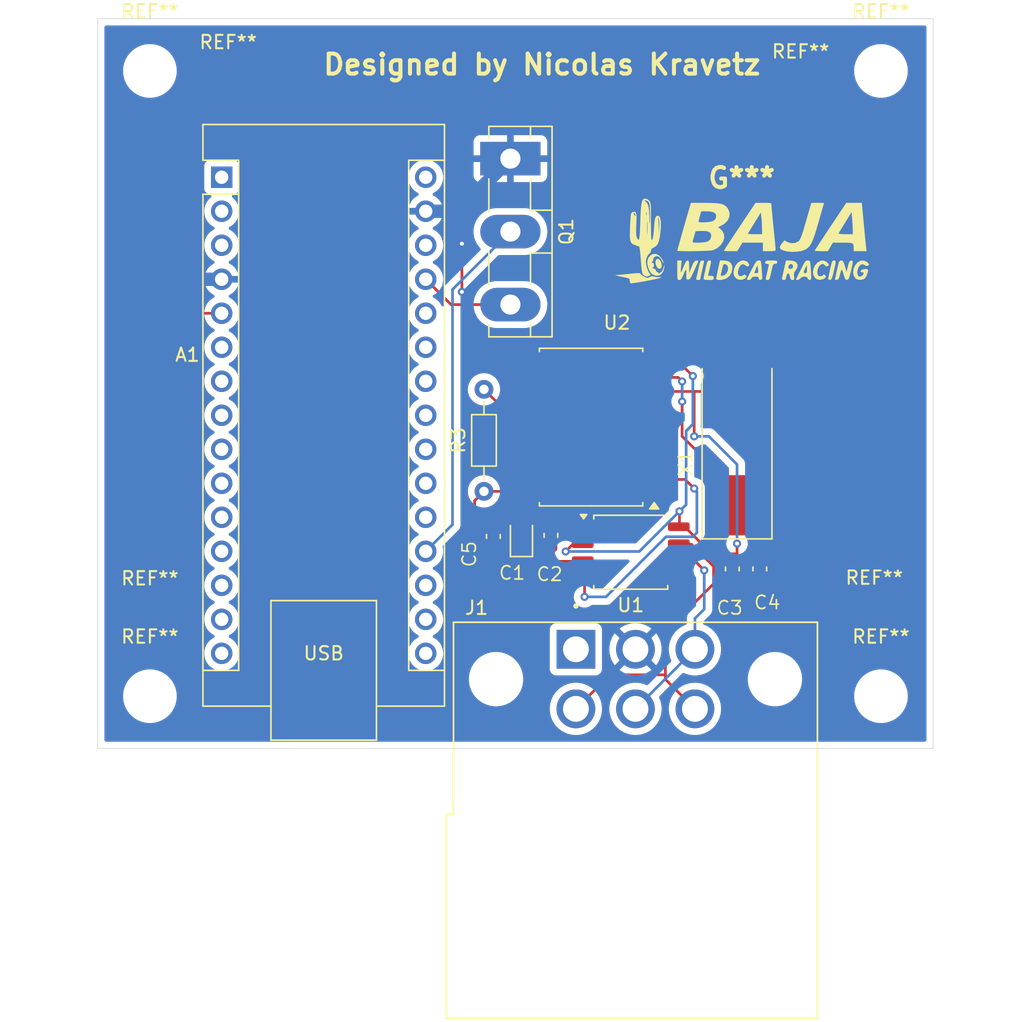
<source format=kicad_pcb>
(kicad_pcb (version 20241229) (generator "pcbnew") (generator_version "9.0")
  (layers (0 "F.Cu" signal) (2 "B.Cu" signal) (13 "F.Paste" user) (15 "B.Paste" user) (5 "F.SilkS" user "F.Silkscreen") (7 "B.SilkS" user "B.Silkscreen") (1 "F.Mask" user) (3 "B.Mask" user) (25 "Edge.Cuts" user))
  (net 0 "")
  (net 7 "Net-(A1-D2)")
  (net 11 "GND")
  (net 16 "Net-(A1-A0)")
  (net 23 "Net-(A1-+5V)")
  (net 30 "+5V")
  (net 31 "0")
  (net 32 "Net-(U2-OSC2)")
  (net 33 "Net-(U2-OSC1)")
  (net 34 "Net-(U2-~{RESET})")
  (net 35 "SI")
  (net 36 "CS")
  (net 37 "Net-(U1-TXD)")
  (net 38 "SCK")
  (net 40 "Net-(U1-RXD)")
  (net 42 "SO")
  (net 48 "High")
  (net 49 "Low")
  (net 50 "Possitive")
  (footprint "Capacitor_Tantalum_SMD:CP_EIA-1608-08_AVX-J" (layer "F.Cu") (at 123.95 104.85 90)
    (property "Reference" "C1" (at -2.74 -0.7 0) (layer "F.SilkS") (effects (font (thickness 0.125))))
    (property "Value" "10uF/16V")
    (pad "1" smd roundrect (at -0.715 0 90) (size 1.09 1.13) (layers "F.Cu" "F.Mask" "F.Paste") (roundrect_rratio 0.229358) (net 30 "+5V"))
    (pad "2" smd roundrect (at 0.715 0 90) (size 1.09 1.13) (layers "F.Cu" "F.Mask" "F.Paste") (roundrect_rratio 0.229358) (net 31 "0"))
  )
  (footprint "Fiducial:Fiducial_0.75mm_Mask1.5mm" (layer "F.Cu") (at 150.3 109.65)
    (property "Reference" "REF**" (at 0 -1.7 0) (layer "F.SilkS"))
    (property "Value" "Fiducial_0.75mm_Mask1.5mm")
    (pad "" smd circle (at 0 0) (size 0.75 0.75) (layers "F.Cu" "F.Mask") (clearance 0.475))
  )
  (footprint "Module:Arduino_Nano" (layer "F.Cu") (at 101.56 78.04)
    (property "Reference" "A1" (at -2.56 13.26 0) (layer "F.SilkS"))
    (property "Value" "Arduino_Nano_Every" (hide yes))
    (fp_text user "USB" (at 7.62 35.56 0) (layer "F.SilkS"))
    (pad "1" thru_hole rect (at 0 0) (size 1.6 1.6) (drill 1) (layers "*.Cu" "*.Mask"))
    (pad "2" thru_hole oval (at 0 2.54) (size 1.6 1.6) (drill 1) (layers "*.Cu" "*.Mask"))
    (pad "3" thru_hole oval (at 0 5.08) (size 1.6 1.6) (drill 1) (layers "*.Cu" "*.Mask"))
    (pad "4" thru_hole oval (at 0 7.62) (size 1.6 1.6) (drill 1) (layers "*.Cu" "*.Mask") (net 11 "GND"))
    (pad "5" thru_hole oval (at 0 10.16) (size 1.6 1.6) (drill 1) (layers "*.Cu" "*.Mask") (net 7 "Net-(A1-D2)"))
    (pad "6" thru_hole oval (at 0 12.7) (size 1.6 1.6) (drill 1) (layers "*.Cu" "*.Mask"))
    (pad "7" thru_hole oval (at 0 15.24) (size 1.6 1.6) (drill 1) (layers "*.Cu" "*.Mask"))
    (pad "8" thru_hole oval (at 0 17.78) (size 1.6 1.6) (drill 1) (layers "*.Cu" "*.Mask"))
    (pad "9" thru_hole oval (at 0 20.32) (size 1.6 1.6) (drill 1) (layers "*.Cu" "*.Mask"))
    (pad "10" thru_hole oval (at 0 22.86) (size 1.6 1.6) (drill 1) (layers "*.Cu" "*.Mask"))
    (pad "11" thru_hole oval (at 0 25.4) (size 1.6 1.6) (drill 1) (layers "*.Cu" "*.Mask"))
    (pad "12" thru_hole oval (at 0 27.94) (size 1.6 1.6) (drill 1) (layers "*.Cu" "*.Mask"))
    (pad "13" thru_hole oval (at 0 30.48) (size 1.6 1.6) (drill 1) (layers "*.Cu" "*.Mask"))
    (pad "14" thru_hole oval (at 0 33.02) (size 1.6 1.6) (drill 1) (layers "*.Cu" "*.Mask"))
    (pad "15" thru_hole oval (at 0 35.56) (size 1.6 1.6) (drill 1) (layers "*.Cu" "*.Mask"))
    (pad "16" thru_hole oval (at 15.24 35.56) (size 1.6 1.6) (drill 1) (layers "*.Cu" "*.Mask"))
    (pad "17" thru_hole oval (at 15.24 33.02) (size 1.6 1.6) (drill 1) (layers "*.Cu" "*.Mask"))
    (pad "18" thru_hole oval (at 15.24 30.48) (size 1.6 1.6) (drill 1) (layers "*.Cu" "*.Mask"))
    (pad "19" thru_hole oval (at 15.24 27.94) (size 1.6 1.6) (drill 1) (layers "*.Cu" "*.Mask") (net 16 "Net-(A1-A0)"))
    (pad "20" thru_hole oval (at 15.24 25.4) (size 1.6 1.6) (drill 1) (layers "*.Cu" "*.Mask"))
    (pad "21" thru_hole oval (at 15.24 22.86) (size 1.6 1.6) (drill 1) (layers "*.Cu" "*.Mask"))
    (pad "22" thru_hole oval (at 15.24 20.32) (size 1.6 1.6) (drill 1) (layers "*.Cu" "*.Mask"))
    (pad "23" thru_hole oval (at 15.24 17.78) (size 1.6 1.6) (drill 1) (layers "*.Cu" "*.Mask"))
    (pad "24" thru_hole oval (at 15.24 15.24) (size 1.6 1.6) (drill 1) (layers "*.Cu" "*.Mask"))
    (pad "25" thru_hole oval (at 15.24 12.7) (size 1.6 1.6) (drill 1) (layers "*.Cu" "*.Mask"))
    (pad "26" thru_hole oval (at 15.24 10.16) (size 1.6 1.6) (drill 1) (layers "*.Cu" "*.Mask"))
    (pad "27" thru_hole oval (at 15.24 7.62) (size 1.6 1.6) (drill 1) (layers "*.Cu" "*.Mask") (net 23 "Net-(A1-+5V)"))
    (pad "28" thru_hole oval (at 15.24 5.08) (size 1.6 1.6) (drill 1) (layers "*.Cu" "*.Mask"))
    (pad "29" thru_hole oval (at 15.24 2.54) (size 1.6 1.6) (drill 1) (layers "*.Cu" "*.Mask") (net 11 "GND"))
    (pad "30" thru_hole oval (at 15.24 0) (size 1.6 1.6) (drill 1) (layers "*.Cu" "*.Mask"))
  )
  (footprint "Fiducial:Fiducial_0.75mm_Mask1.5mm" (layer "F.Cu") (at 144.8 70.35)
    (property "Reference" "REF**" (at 0 -1.7 0) (layer "F.SilkS"))
    (property "Value" "Fiducial_0.75mm_Mask1.5mm")
    (pad "" smd circle (at 0 0) (size 0.75 0.75) (layers "F.Cu" "F.Mask") (clearance 0.475))
  )
  (footprint "Fiducial:Fiducial_0.75mm_Mask1.5mm" (layer "F.Cu") (at 96.2 109.7)
    (property "Reference" "REF**" (at 0 -1.7 0) (layer "F.SilkS"))
    (property "Value" "Fiducial_0.75mm_Mask1.5mm")
    (pad "" smd circle (at 0 0) (size 0.75 0.75) (layers "F.Cu" "F.Mask") (clearance 0.475))
  )
  (footprint "Crystal:Crystal_SMD_HC49-SD" (layer "F.Cu") (at 140.05 98.29 90)
    (property "Reference" "X1" (at -1.11 -3.85 90) (layer "F.SilkS") (effects (font (thickness 0.125))))
    (property "Value" "8MHz")
    (pad "1" smd roundrect (at -4.25 0 90) (size 4.5 2) (layers "F.Cu" "F.Mask" "F.Paste") (roundrect_rratio 0.125) (net 33 "Net-(U2-OSC1)"))
    (pad "2" smd roundrect (at 4.25 0 90) (size 4.5 2) (layers "F.Cu" "F.Mask" "F.Paste") (roundrect_rratio 0.125) (net 32 "Net-(U2-OSC2)"))
  )
  (footprint "Capacitor_SMD:C_0603_1608Metric" (layer "F.Cu") (at 141.75 107.29 -90)
    (property "Reference" "C4" (at 2.51 -0.55 0) (layer "F.SilkS") (effects (font (thickness 0.125))))
    (property "Value" "22pF")
    (pad "1" smd roundrect (at -0.775 0 270) (size 0.9 0.95) (layers "F.Cu" "F.Mask" "F.Paste") (net 33 "Net-(U2-OSC1)"))
    (pad "2" smd roundrect (at 0.775 0 270) (size 0.9 0.95) (layers "F.Cu" "F.Mask" "F.Paste") (net 31 "0"))
  )
  (footprint "MountingHole:MountingHole_3.5mm" (layer "F.Cu") (at 150.8 116.8)
    (property "Reference" "REF**" (at 0 -4.45 0) (layer "F.SilkS"))
    (property "Value" "MountingHole_3.5mm")
    (pad "" np_thru_hole circle (at 0 0) (size 3.5 3.5) (drill 3.5) (layers "*.Cu" "*.Mask"))
  )
  (footprint "MountingHole:MountingHole_3.5mm" (layer "F.Cu") (at 150.8 70.1)
    (property "Reference" "REF**" (at 0 -4.45 0) (layer "F.SilkS"))
    (property "Value" "MountingHole_3.5mm")
    (pad "" np_thru_hole circle (at 0 0) (size 3.5 3.5) (drill 3.5) (layers "*.Cu" "*.Mask"))
  )
  (footprint "baja logo:Baja Logo" (layer "F.Cu") (at 140.4 82.8)
    (property "Reference" "G***" (at 0 -4.7 0) (layer "F.SilkS") (effects (font (size 1.5 1.5) (thickness 0.3))))
    (property "Value" "LOGO" (hide yes))
  )
  (footprint "MountingHole:MountingHole_3.5mm" (layer "F.Cu") (at 96.2 70.1)
    (property "Reference" "REF**" (at 0 -4.45 0) (layer "F.SilkS"))
    (property "Value" "MountingHole_3.5mm")
    (pad "" np_thru_hole circle (at 0 0) (size 3.5 3.5) (drill 3.5) (layers "*.Cu" "*.Mask"))
  )
  (footprint "Resistor_THT:R_Axial_DIN0204_L3.6mm_D1.6mm_P7.62mm_Horizontal" (layer "F.Cu") (at 121.15 101.5 90)
    (property "Reference" "R3" (at 3.81 -1.92 90) (layer "F.SilkS"))
    (property "Value" "10k")
    (pad "1" thru_hole circle (at 0 0 90) (size 1.4 1.4) (drill 0.7) (layers "*.Cu" "*.Mask") (net 30 "+5V"))
    (pad "2" thru_hole circle (at 7.62 0 90) (size 1.4 1.4) (drill 0.7) (layers "*.Cu" "*.Mask") (net 34 "Net-(U2-~{RESET})"))
  )
  (footprint "Fiducial:Fiducial_0.75mm_Mask1.5mm" (layer "F.Cu") (at 102.05 69.65)
    (property "Reference" "REF**" (at 0 -1.7 0) (layer "F.SilkS"))
    (property "Value" "Fiducial_0.75mm_Mask1.5mm")
    (pad "" smd circle (at 0 0) (size 0.75 0.75) (layers "F.Cu" "F.Mask") (clearance 0.475))
  )
  (footprint "Capacitor_SMD:C_0603_1608Metric" (layer "F.Cu") (at 139.7 107.29 -90)
    (property "Reference" "C3" (at 2.91 0.2 0) (layer "F.SilkS") (effects (font (thickness 0.125))))
    (property "Value" "22pF")
    (pad "1" smd roundrect (at -0.775 0 270) (size 0.9 0.95) (layers "F.Cu" "F.Mask" "F.Paste") (net 32 "Net-(U2-OSC2)"))
    (pad "2" smd roundrect (at 0.775 0 270) (size 0.9 0.95) (layers "F.Cu" "F.Mask" "F.Paste") (net 31 "0"))
  )
  (footprint "Package_TO_SOT_THT:TO-3P-3_Vertical" (layer "F.Cu") (at 123.125 76.65 -90)
    (property "Reference" "Q1" (at 5.45 -4.175 90) (layer "F.SilkS"))
    (property "Value" "Q_Photo_NPN_EBC")
    (pad "1" thru_hole rect (at 0 0 270) (size 2.5 4.5) (drill 1.5) (layers "*.Cu" "*.Mask") (net 11 "GND"))
    (pad "2" thru_hole oval (at 5.45 0 270) (size 2.5 4.5) (drill 1.5) (layers "*.Cu" "*.Mask") (net 16 "Net-(A1-A0)"))
    (pad "3" thru_hole oval (at 10.9 0 270) (size 2.5 4.5) (drill 1.5) (layers "*.Cu" "*.Mask") (net 23 "Net-(A1-+5V)"))
  )
  (footprint "MountingHole:MountingHole_3.5mm" (layer "F.Cu") (at 96.2 116.8)
    (property "Reference" "REF**" (at 0 -4.45 0) (layer "F.SilkS"))
    (property "Value" "MountingHole_3.5mm")
    (pad "" np_thru_hole circle (at 0 0) (size 3.5 3.5) (drill 3.5) (layers "*.Cu" "*.Mask"))
  )
  (footprint "Capacitor_SMD:C_0603_1608Metric" (layer "F.Cu") (at 121.85 104.865 -90)
    (property "Reference" "C5" (at 1.325 1.8 90) (layer "F.SilkS") (effects (font (thickness 0.125))))
    (property "Value" "100nF")
    (pad "1" smd roundrect (at -0.775 0 270) (size 0.9 0.95) (layers "F.Cu" "F.Mask" "F.Paste") (net 31 "0"))
    (pad "2" smd roundrect (at 0.775 0 270) (size 0.9 0.95) (layers "F.Cu" "F.Mask" "F.Paste") (net 30 "+5V"))
  )
  (footprint "DTF13-6P part:TE_DTF13-6P" (layer "F.Cu") (at 132.465 115.525)
    (property "Reference" "J1" (at -11.865 -5.325 180) (layer "F.SilkS"))
    (property "Value" "DTF13-6P" (hide yes))
    (pad "" np_thru_hole circle (at -10.415 0) (size 3.55 3.55) (drill 3.55) (layers "*.Cu" "*.Mask"))
    (pad "" np_thru_hole circle (at 10.415 0) (size 3.55 3.55) (drill 3.55) (layers "*.Cu" "*.Mask"))
    (pad "1" thru_hole rect (at -4.45 -2.23) (size 2.895 2.895) (drill 1.93) (layers "*.Cu" "*.Mask") (net 50 "Possitive"))
    (pad "2" thru_hole circle (at 0 -2.23) (size 2.895 2.895) (drill 1.93) (layers "*.Cu" "*.Mask") (net 11 "GND"))
    (pad "3" thru_hole circle (at 4.44 -2.23) (size 2.895 2.895) (drill 1.93) (layers "*.Cu" "*.Mask") (net 49 "Low"))
    (pad "4" thru_hole circle (at 4.44 2.22) (size 2.895 2.895) (drill 1.93) (layers "*.Cu" "*.Mask") (net 48 "High"))
    (pad "5" thru_hole circle (at 0 2.22) (size 2.895 2.895) (drill 1.93) (layers "*.Cu" "*.Mask") (net 49 "Low"))
    (pad "6" thru_hole circle (at -4.45 2.22) (size 2.895 2.895) (drill 1.93) (layers "*.Cu" "*.Mask") (net 48 "High"))
  )
  (footprint "Capacitor_SMD:C_0603_1608Metric" (layer "F.Cu") (at 126.15 104.79 -90)
    (property "Reference" "C2" (at 2.9 0.1 0) (layer "F.SilkS") (effects (font (thickness 0.125))))
    (property "Value" "100nF")
    (pad "1" smd roundrect (at -0.775 0 270) (size 0.9 0.95) (layers "F.Cu" "F.Mask" "F.Paste") (net 31 "0"))
    (pad "2" smd roundrect (at 0.775 0 270) (size 0.9 0.95) (layers "F.Cu" "F.Mask" "F.Paste") (net 30 "+5V"))
  )
  (footprint "Package_SO:SOIC-8_5.3x5.3mm_P1.27mm" (layer "F.Cu") (at 132.1125 106.045)
    (property "Reference" "U1" (at 0 3.955 0) (layer "F.SilkS"))
    (property "Value" "TJA1050DRG")
    (pad "1" smd roundrect (at -3.5875 -1.905) (size 1.625 0.65) (layers "F.Cu" "F.Mask" "F.Paste") (net 37 "Net-(U1-TXD)"))
    (pad "2" smd roundrect (at -3.5875 -0.635) (size 1.625 0.65) (layers "F.Cu" "F.Mask" "F.Paste") (net 31 "0"))
    (pad "3" smd roundrect (at -3.5875 0.635) (size 1.625 0.65) (layers "F.Cu" "F.Mask" "F.Paste") (net 30 "+5V"))
    (pad "4" smd roundrect (at -3.5875 1.905) (size 1.625 0.65) (layers "F.Cu" "F.Mask" "F.Paste") (net 40 "Net-(U1-RXD)"))
    (pad "5" smd roundrect (at 3.5875 1.905) (size 1.625 0.65) (layers "F.Cu" "F.Mask" "F.Paste"))
    (pad "6" smd roundrect (at 3.5875 0.635) (size 1.625 0.65) (layers "F.Cu" "F.Mask" "F.Paste") (net 49 "Low"))
    (pad "7" smd roundrect (at 3.5875 -0.635) (size 1.625 0.65) (layers "F.Cu" "F.Mask" "F.Paste") (net 48 "High"))
    (pad "8" smd roundrect (at 3.5875 -1.905) (size 1.625 0.65) (layers "F.Cu" "F.Mask" "F.Paste") (net 31 "0"))
  )
  (footprint "Package_SO:SOIC-18W_7.5x11.6mm_P1.27mm" (layer "F.Cu") (at 129.15 96.7 180)
    (property "Reference" "U2" (at -1.93 7.8 0) (layer "F.SilkS"))
    (property "Value" "MCP2515-I")
    (pad "1" smd roundrect (at -4.65 -5.08 180) (size 2.05 0.6) (layers "F.Cu" "F.Mask" "F.Paste") (net 37 "Net-(U1-TXD)"))
    (pad "2" smd roundrect (at -4.65 -3.81 180) (size 2.05 0.6) (layers "F.Cu" "F.Mask" "F.Paste") (net 40 "Net-(U1-RXD)"))
    (pad "3" smd roundrect (at -4.65 -2.54 180) (size 2.05 0.6) (layers "F.Cu" "F.Mask" "F.Paste"))
    (pad "4" smd roundrect (at -4.65 -1.27 180) (size 2.05 0.6) (layers "F.Cu" "F.Mask" "F.Paste"))
    (pad "5" smd roundrect (at -4.65 0 180) (size 2.05 0.6) (layers "F.Cu" "F.Mask" "F.Paste"))
    (pad "6" smd roundrect (at -4.65 1.27 180) (size 2.05 0.6) (layers "F.Cu" "F.Mask" "F.Paste"))
    (pad "7" smd roundrect (at -4.65 2.54 180) (size 2.05 0.6) (layers "F.Cu" "F.Mask" "F.Paste") (net 32 "Net-(U2-OSC2)"))
    (pad "8" smd roundrect (at -4.65 3.81 180) (size 2.05 0.6) (layers "F.Cu" "F.Mask" "F.Paste") (net 33 "Net-(U2-OSC1)"))
    (pad "9" smd roundrect (at -4.65 5.08 180) (size 2.05 0.6) (layers "F.Cu" "F.Mask" "F.Paste") (net 31 "0"))
    (pad "10" smd roundrect (at 4.65 5.08 180) (size 2.05 0.6) (layers "F.Cu" "F.Mask" "F.Paste"))
    (pad "11" smd roundrect (at 4.65 3.81 180) (size 2.05 0.6) (layers "F.Cu" "F.Mask" "F.Paste"))
    (pad "12" smd roundrect (at 4.65 2.54 180) (size 2.05 0.6) (layers "F.Cu" "F.Mask" "F.Paste") (net 7 "Net-(A1-D2)"))
    (pad "13" smd roundrect (at 4.65 1.27 180) (size 2.05 0.6) (layers "F.Cu" "F.Mask" "F.Paste") (net 38 "SCK"))
    (pad "14" smd roundrect (at 4.65 0 180) (size 2.05 0.6) (layers "F.Cu" "F.Mask" "F.Paste") (net 35 "SI"))
    (pad "15" smd roundrect (at 4.65 -1.27 180) (size 2.05 0.6) (layers "F.Cu" "F.Mask" "F.Paste") (net 42 "SO"))
    (pad "16" smd roundrect (at 4.65 -2.54 180) (size 2.05 0.6) (layers "F.Cu" "F.Mask" "F.Paste") (net 36 "CS"))
    (pad "17" smd roundrect (at 4.65 -3.81 180) (size 2.05 0.6) (layers "F.Cu" "F.Mask" "F.Paste") (net 34 "Net-(U2-~{RESET})"))
    (pad "18" smd roundrect (at 4.65 -5.08 180) (size 2.05 0.6) (layers "F.Cu" "F.Mask" "F.Paste") (net 30 "+5V"))
  )
  (gr_line (start 92.3 120.7) (end 154.7 120.7) (stroke (width 0.05)) (layer "Edge.Cuts"))
  (gr_line (start 154.7 66.2) (end 92.3 66.2) (stroke (width 0.05)) (layer "Edge.Cuts"))
  (gr_line (start 92.3 66.2) (end 92.3 120.7) (stroke (width 0.05)) (layer "Edge.Cuts"))
  (gr_line (start 154.7 120.7) (end 154.7 66.2) (stroke (width 0.05)) (layer "Edge.Cuts"))
  (gr_text "Designed by Nicolas Kravetz" (at 109 70.5 0) (layer "F.SilkS") (effects (font (size 1.5 1.5) (thickness 0.3) (bold yes)) (justify left bottom)))
  (segment (start 122.9 93.1) (end 123.96 94.16) (width 0.2) (layer "F.Cu") (net 7))
  (segment (start 128.6 89.3) (end 127.5 90.4) (width 0.2) (layer "F.Cu") (net 7))
  (segment (start 122.9 91.1) (end 122.9 93.1) (width 0.2) (layer "F.Cu") (net 7))
  (segment (start 123.6 90.4) (end 122.9 91.1) (width 0.2) (layer "F.Cu") (net 7))
  (segment (start 97.85 74) (end 99.85 72) (width 0.2) (layer "F.Cu") (net 7))
  (segment (start 123.96 94.16) (end 124.5 94.16) (width 0.2) (layer "F.Cu") (net 7))
  (segment (start 127.5 90.4) (end 123.6 90.4) (width 0.2) (layer "F.Cu") (net 7))
  (segment (start 99.1 88.2) (end 97.85 86.95) (width 0.2) (layer "F.Cu") (net 7))
  (segment (start 97.85 86.95) (end 97.85 74) (width 0.2) (layer "F.Cu") (net 7))
  (segment (start 125.15 72) (end 128.6 75.45) (width 0.2) (layer "F.Cu") (net 7))
  (segment (start 99.85 72) (end 125.15 72) (width 0.2) (layer "F.Cu") (net 7))
  (segment (start 128.6 75.45) (end 128.6 89.3) (width 0.2) (layer "F.Cu") (net 7))
  (segment (start 101.56 88.2) (end 99.1 88.2) (width 0.2) (layer "F.Cu") (net 7))
  (segment (start 119.5 86.6) (end 119.5 83) (width 0.2) (layer "F.Cu") (net 11))
  (via (at 119.5 83) (size 0.6) (drill 0.3) (layers "F.Cu" "B.Cu") (net 11))
  (via (at 119.5 86.6) (size 0.6) (drill 0.3) (layers "F.Cu" "B.Cu") (net 11))
  (segment (start 119.195 80.58) (end 116.8 80.58) (width 1) (layer "B.Cu") (net 11))
  (segment (start 122.7 110.3) (end 119.5 107.1) (width 0.2) (layer "B.Cu") (net 11))
  (segment (start 99.8 73) (end 118.4 73) (width 1) (layer "B.Cu") (net 11))
  (segment (start 123.125 76.65) (end 119.7875 79.9875) (width 1) (layer "B.Cu") (net 11))
  (segment (start 118.4 73) (end 119.7875 74.3875) (width 1) (layer "B.Cu") (net 11))
  (segment (start 119.5 104.1) (end 119.5 87) (width 0.2) (layer "B.Cu") (net 11))
  (segment (start 99.1 85.2) (end 99.1 73.7) (width 1) (layer "B.Cu") (net 11))
  (segment (start 132.465 113.295) (end 129.47 110.3) (width 0.2) (layer "B.Cu") (net 11))
  (segment (start 101.56 85.66) (end 99.56 85.66) (width 1) (layer "B.Cu") (net 11))
  (segment (start 99.56 85.66) (end 99.1 85.2) (width 1) (layer "B.Cu") (net 11))
  (segment (start 119.7875 74.3875) (end 119.7875 79.9875) (width 1) (layer "B.Cu") (net 11))
  (segment (start 99.1 73.7) (end 99.8 73) (width 1) (layer "B.Cu") (net 11))
  (segment (start 129.47 110.3) (end 122.7 110.3) (width 0.2) (layer "B.Cu") (net 11))
  (segment (start 119.5 83) (end 119.5 80.885) (width 0.2) (layer "B.Cu") (net 11))
  (segment (start 119.5 107.1) (end 119.5 104.1) (width 0.2) (layer "B.Cu") (net 11))
  (segment (start 119.5 87) (end 119.5 86.6) (width 0.2) (layer "B.Cu") (net 11))
  (segment (start 119.7875 79.9875) (end 119.195 80.58) (width 1) (layer "B.Cu") (net 11))
  (segment (start 119.5 80.885) (end 119.195 80.58) (width 0.2) (layer "B.Cu") (net 11))
  (segment (start 118.8 103.98) (end 116.8 105.98) (width 0.2) (layer "B.Cu") (net 16))
  (segment (start 118.8 86.425) (end 118.8 103.98) (width 0.2) (layer "B.Cu") (net 16))
  (segment (start 123.125 82.1) (end 118.8 86.425) (width 0.2) (layer "B.Cu") (net 16))
  (segment (start 118.69 87.55) (end 116.8 85.66) (width 0.2) (layer "F.Cu") (net 23))
  (segment (start 123.125 87.55) (end 118.69 87.55) (width 0.2) (layer "F.Cu") (net 23))
  (segment (start 126.15 106.625) (end 126.25 106.725) (width 0.2) (layer "F.Cu") (net 30))
  (segment (start 125.485 106.725) (end 126.25 106.725) (width 0.2) (layer "F.Cu") (net 30))
  (segment (start 120.45 102.2) (end 120.45 104.24) (width 0.2) (layer "F.Cu") (net 30))
  (segment (start 126.25 106.725) (end 128.6625 106.725) (width 0.2) (layer "F.Cu") (net 30))
  (segment (start 126.15 105.565) (end 126.15 106.625) (width 0.2) (layer "F.Cu") (net 30))
  (segment (start 120.45 104.24) (end 121.85 105.64) (width 0.2) (layer "F.Cu") (net 30))
  (segment (start 121.85 105.64) (end 124.4 105.64) (width 0.2) (layer "F.Cu") (net 30))
  (segment (start 121.15 101.5) (end 124.37 101.5) (width 0.2) (layer "F.Cu") (net 30))
  (segment (start 124.37 101.5) (end 124.75 101.88) (width 0.2) (layer "F.Cu") (net 30))
  (segment (start 121.15 101.5) (end 120.45 102.2) (width 0.2) (layer "F.Cu") (net 30))
  (segment (start 124.4 105.64) (end 125.485 106.725) (width 0.2) (layer "F.Cu") (net 30))
  (segment (start 139.7 108.065) (end 141.75 108.065) (width 0.2) (layer "F.Cu") (net 31))
  (segment (start 128.6625 105.455) (end 127.785 105.455) (width 0.2) (layer "F.Cu") (net 31))
  (segment (start 127.99 105.455) (end 128.6625 105.455) (width 0.2) (layer "F.Cu") (net 31))
  (segment (start 121.85 104.09) (end 124.205 104.09) (width 0.2) (layer "F.Cu") (net 31))
  (segment (start 138.7 107.59) (end 139.175 108.065) (width 0.2) (layer "F.Cu") (net 31))
  (segment (start 138.7 106.7) (end 138.7 107.59) (width 0.2) (layer "F.Cu") (net 31))
  (segment (start 135.75 104.0975) (end 135.8375 104.185) (width 0.2) (layer "F.Cu") (net 31))
  (segment (start 134.05 91.72) (end 135.58 91.72) (width 0.2) (layer "F.Cu") (net 31))
  (segment (start 127.785 105.455) (end 127.25 105.99) (width 0.2) (layer "F.Cu") (net 31))
  (segment (start 124.205 104.09) (end 124.25 104.135) (width 0.2) (layer "F.Cu") (net 31))
  (segment (start 136.185 104.185) (end 138.7 106.7) (width 0.2) (layer "F.Cu") (net 31))
  (segment (start 135.75 102.99) (end 135.75 104.0975) (width 0.2) (layer "F.Cu") (net 31))
  (segment (start 139.175 108.065) (end 139.7 108.065) (width 0.2) (layer "F.Cu") (net 31))
  (segment (start 126.55 104.015) (end 127.99 105.455) (width 0.2) (layer "F.Cu") (net 31))
  (segment (start 135.8375 104.185) (end 136.185 104.185) (width 0.2) (layer "F.Cu") (net 31))
  (segment (start 124.25 104.135) (end 126.43 104.135) (width 0.2) (layer "F.Cu") (net 31))
  (segment (start 135.58 91.72) (end 136.75 92.89) (width 0.2) (layer "F.Cu") (net 31))
  (segment (start 126.43 104.135) (end 126.55 104.015) (width 0.2) (layer "F.Cu") (net 31))
  (via (at 136.75 92.89) (size 0.6) (drill 0.3) (layers "F.Cu" "B.Cu") (net 31))
  (via (at 135.75 102.99) (size 0.6) (drill 0.3) (layers "F.Cu" "B.Cu") (net 31))
  (via (at 127.25 105.99) (size 0.6) (drill 0.3) (layers "F.Cu" "B.Cu") (net 31))
  (segment (start 135.75 102.99) (end 135.75 103.09) (width 0.2) (layer "B.Cu") (net 31))
  (segment (start 136.75 92.89) (end 136.75 96.49) (width 0.2) (layer "B.Cu") (net 31))
  (segment (start 136.25 102.49) (end 135.75 102.99) (width 0.2) (layer "B.Cu") (net 31))
  (segment (start 136.25 96.99) (end 136.25 102.49) (width 0.2) (layer "B.Cu") (net 31))
  (segment (start 127.25 105.99) (end 132.75 105.99) (width 0.2) (layer "B.Cu") (net 31))
  (segment (start 132.75 105.99) (end 135.75 102.99) (width 0.2) (layer "B.Cu") (net 31))
  (segment (start 136.75 96.49) (end 136.25 96.99) (width 0.2) (layer "B.Cu") (net 31))
  (segment (start 140.05 105.4) (end 140.05 106.165) (width 0.2) (layer "F.Cu") (net 32))
  (segment (start 134.27 94.04) (end 134.05 94.26) (width 0.2) (layer "F.Cu") (net 32))
  (segment (start 140.05 106.165) (end 139.7 106.515) (width 0.2) (layer "F.Cu") (net 32))
  (segment (start 139.515 106.7) (end 139.5 106.7) (width 0.2) (layer "F.Cu") (net 32))
  (segment (start 136.85 97.39) (end 136.85 94.04) (width 0.2) (layer "F.Cu") (net 32))
  (segment (start 136.85 94.04) (end 134.27 94.04) (width 0.2) (layer "F.Cu") (net 32))
  (segment (start 140.05 94.04) (end 136.85 94.04) (width 0.2) (layer "F.Cu") (net 32))
  (via (at 140.05 105.4) (size 0.6) (drill 0.3) (layers "F.Cu" "B.Cu") (net 32))
  (via (at 136.85 97.39) (size 0.6) (drill 0.3) (layers "F.Cu" "B.Cu") (net 32))
  (segment (start 140.05 105.4) (end 140.05 99.49) (width 0.2) (layer "B.Cu") (net 32))
  (segment (start 140.05 99.49) (end 137.95 97.39) (width 0.2) (layer "B.Cu") (net 32))
  (segment (start 137.95 97.39) (end 136.85 97.39) (width 0.2) (layer "B.Cu") (net 32))
  (segment (start 141.75 106.515) (end 141.75 104.24) (width 0.2) (layer "F.Cu") (net 33))
  (segment (start 141.75 104.24) (end 140.05 102.54) (width 0.2) (layer "F.Cu") (net 33))
  (segment (start 135.65 92.99) (end 135.95 93.29) (width 0.2) (layer "F.Cu") (net 33))
  (segment (start 135.95 97.39) (end 140.05 101.49) (width 0.2) (layer "F.Cu") (net 33))
  (segment (start 134.05 92.99) (end 135.65 92.99) (width 0.2) (layer "F.Cu") (net 33))
  (segment (start 140.05 101.49) (end 140.05 102.54) (width 0.2) (layer "F.Cu") (net 33))
  (segment (start 135.95 94.79) (end 135.95 97.39) (width 0.2) (layer "F.Cu") (net 33))
  (via (at 135.95 94.79) (size 0.6) (drill 0.3) (layers "F.Cu" "B.Cu") (net 33))
  (via (at 135.95 93.29) (size 0.6) (drill 0.3) (layers "F.Cu" "B.Cu") (net 33))
  (segment (start 135.95 93.29) (end 135.95 94.79) (width 0.2) (layer "B.Cu") (net 33))
  (segment (start 123.77 100.61) (end 124.75 100.61) (width 0.2) (layer "F.Cu") (net 34))
  (segment (start 122.95 99.79) (end 123.77 100.61) (width 0.2) (layer "F.Cu") (net 34))
  (segment (start 122.95 95.68) (end 122.95 99.79) (width 0.2) (layer "F.Cu") (net 34))
  (segment (start 121.15 93.88) (end 122.95 95.68) (width 0.2) (layer "F.Cu") (net 34))
  (segment (start 128.6625 103.2775) (end 128.95 102.99) (width 0.2) (layer "F.Cu") (net 37))
  (segment (start 133.65 102.99) (end 134.05 102.59) (width 0.2) (layer "F.Cu") (net 37))
  (segment (start 128.95 102.99) (end 133.65 102.99) (width 0.2) (layer "F.Cu") (net 37))
  (segment (start 128.6625 104.185) (end 128.6625 103.2775) (width 0.2) (layer "F.Cu") (net 37))
  (segment (start 134.05 102.59) (end 134.05 101.88) (width 0.2) (layer "F.Cu") (net 37))
  (segment (start 128.65 109.39) (end 128.6625 109.3775) (width 0.2) (layer "F.Cu") (net 40))
  (segment (start 136.85 101.29) (end 136.17 100.61) (width 0.2) (layer "F.Cu") (net 40))
  (segment (start 128.6625 107.995) (end 128.6625 109.3775) (width 0.2) (layer "F.Cu") (net 40))
  (segment (start 136.17 100.61) (end 134.05 100.61) (width 0.2) (layer "F.Cu") (net 40))
  (via (at 128.6625 109.3775) (size 0.6) (drill 0.3) (layers "F.Cu" "B.Cu") (net 40))
  (via (at 136.85 101.29) (size 0.6) (drill 0.3) (layers "F.Cu" "B.Cu") (net 40))
  (segment (start 128.6625 109.3775) (end 130.2625 109.3775) (width 0.2) (layer "B.Cu") (net 40))
  (segment (start 130.2625 109.3775) (end 134.75 104.89) (width 0.2) (layer "B.Cu") (net 40))
  (segment (start 134.75 104.89) (end 136.75 104.89) (width 0.2) (layer "B.Cu") (net 40))
  (segment (start 136.75 104.89) (end 137.05 104.59) (width 0.2) (layer "B.Cu") (net 40))
  (segment (start 137.05 104.59) (end 137.05 101.49) (width 0.2) (layer "B.Cu") (net 40))
  (segment (start 137.05 101.49) (end 136.85 101.29) (width 0.2) (layer "B.Cu") (net 40))
  (segment (start 138.3 108.4) (end 134.7 112) (width 0.2) (layer "F.Cu") (net 48))
  (segment (start 138.3 107.105001) (end 138.3 108.4) (width 0.2) (layer "F.Cu") (net 48))
  (segment (start 135.8375 105.455) (end 136.649999 105.455) (width 0.2) (layer "F.Cu") (net 48))
  (segment (start 134.7 115.2) (end 130.56 115.2) (width 0.2) (layer "F.Cu") (net 48))
  (segment (start 136.649999 105.455) (end 138.3 107.105001) (width 0.2) (layer "F.Cu") (net 48))
  (segment (start 134.7 115.2) (end 134.7 115.54) (width 0.2) (layer "F.Cu") (net 48))
  (segment (start 130.56 115.2) (end 128.015 117.745) (width 0.2) (layer "F.Cu") (net 48))
  (segment (start 134.7 115.54) (end 136.905 117.745) (width 0.2) (layer "F.Cu") (net 48))
  (segment (start 134.7 112) (end 134.7 115.2) (width 0.2) (layer "F.Cu") (net 48))
  (segment (start 135.8375 106.725) (end 136.925 106.725) (width 0.2) (layer "F.Cu") (net 49))
  (segment (start 137.6 107.4) (end 137.7 107.5) (width 0.2) (layer "F.Cu") (net 49))
  (segment (start 136.925 106.725) (end 137.6 107.4) (width 0.2) (layer "F.Cu") (net 49))
  (via (at 137.6 107.4) (size 0.6) (drill 0.3) (layers "F.Cu" "B.Cu") (net 49))
  (segment (start 132.465 117.735) (end 132.465 117.745) (width 0.2) (layer "B.Cu") (net 49))
  (segment (start 137.6 110.3) (end 136.905 110.995) (width 0.2) (layer "B.Cu") (net 49))
  (segment (start 136.905 110.995) (end 136.905 113.295) (width 0.2) (layer "B.Cu") (net 49))
  (segment (start 136.905 113.295) (end 132.465 117.735) (width 0.2) (layer "B.Cu") (net 49))
  (segment (start 137.6 107.4) (end 137.6 110.3) (width 0.2) (layer "B.Cu") (net 49))
  (zone (net 11) (net_name "GND") (layer "B.Cu") (connect_pads (clearance 0.5)) (min_thickness 0.25) (fill yes (thermal_gap 0.5) (thermal_bridge_width 0.5))
    (polygon (pts (xy 154.7 66.2) (xy 154.7 120.7) (xy 92.3 120.7) (xy 92.3 66.2)))
  )
)
</source>
